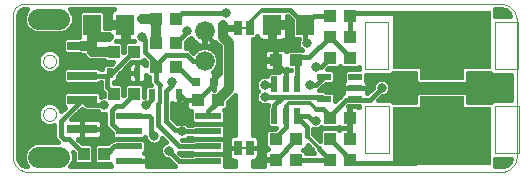
<source format=gtl>
G75*
%MOIN*%
%OFA0B0*%
%FSLAX24Y24*%
%IPPOS*%
%LPD*%
%AMOC8*
5,1,8,0,0,1.08239X$1,22.5*
%
%ADD10C,0.0000*%
%ADD11R,0.0433X0.0394*%
%ADD12R,0.0248X0.0327*%
%ADD13R,0.0394X0.0433*%
%ADD14R,0.0870X0.0240*%
%ADD15R,0.0217X0.0531*%
%ADD16R,0.0472X0.0217*%
%ADD17R,0.0315X0.0315*%
%ADD18C,0.0660*%
%ADD19R,0.0630X0.0709*%
%ADD20R,0.3307X0.1969*%
%ADD21R,0.1496X0.0551*%
%ADD22C,0.0039*%
%ADD23R,0.0984X0.0315*%
%ADD24C,0.0700*%
%ADD25C,0.0080*%
%ADD26R,0.0250X0.0500*%
%ADD27C,0.0320*%
%ADD28C,0.0320*%
%ADD29C,0.0330*%
%ADD30C,0.0160*%
%ADD31C,0.0240*%
%ADD32C,0.0120*%
D10*
X006380Y002193D02*
X022180Y002193D01*
X022224Y002195D01*
X022267Y002201D01*
X022309Y002210D01*
X022351Y002223D01*
X022391Y002240D01*
X022430Y002260D01*
X022467Y002283D01*
X022501Y002310D01*
X022534Y002339D01*
X022563Y002372D01*
X022590Y002406D01*
X022613Y002443D01*
X022633Y002482D01*
X022650Y002522D01*
X022663Y002564D01*
X022672Y002606D01*
X022678Y002649D01*
X022680Y002693D01*
X022680Y007293D01*
X022674Y007338D01*
X022664Y007383D01*
X022651Y007426D01*
X022634Y007469D01*
X022613Y007510D01*
X022590Y007549D01*
X022563Y007586D01*
X022533Y007620D01*
X022501Y007652D01*
X022466Y007681D01*
X022428Y007708D01*
X022389Y007731D01*
X022348Y007750D01*
X022305Y007766D01*
X022261Y007779D01*
X022217Y007788D01*
X022171Y007793D01*
X022126Y007795D01*
X022080Y007793D01*
X006280Y007793D01*
X006241Y007791D01*
X006202Y007785D01*
X006164Y007776D01*
X006127Y007763D01*
X006091Y007746D01*
X006058Y007726D01*
X006026Y007702D01*
X005997Y007676D01*
X005971Y007647D01*
X005947Y007615D01*
X005927Y007582D01*
X005910Y007546D01*
X005897Y007509D01*
X005888Y007471D01*
X005882Y007432D01*
X005880Y007393D01*
X005880Y002693D01*
X005882Y002649D01*
X005888Y002606D01*
X005897Y002564D01*
X005910Y002522D01*
X005927Y002482D01*
X005947Y002443D01*
X005970Y002406D01*
X005997Y002372D01*
X006026Y002339D01*
X006059Y002310D01*
X006093Y002283D01*
X006130Y002260D01*
X006169Y002240D01*
X006209Y002223D01*
X006251Y002210D01*
X006293Y002201D01*
X006336Y002195D01*
X006380Y002193D01*
X006609Y002690D02*
X006611Y002715D01*
X006617Y002739D01*
X006626Y002761D01*
X006639Y002782D01*
X006655Y002801D01*
X006674Y002817D01*
X006695Y002830D01*
X006717Y002839D01*
X006741Y002845D01*
X006766Y002847D01*
X006791Y002845D01*
X006815Y002839D01*
X006837Y002830D01*
X006858Y002817D01*
X006877Y002801D01*
X006893Y002782D01*
X006906Y002761D01*
X006915Y002739D01*
X006921Y002715D01*
X006923Y002690D01*
X006921Y002665D01*
X006915Y002641D01*
X006906Y002619D01*
X006893Y002598D01*
X006877Y002579D01*
X006858Y002563D01*
X006837Y002550D01*
X006815Y002541D01*
X006791Y002535D01*
X006766Y002533D01*
X006741Y002535D01*
X006717Y002541D01*
X006695Y002550D01*
X006674Y002563D01*
X006655Y002579D01*
X006639Y002598D01*
X006626Y002619D01*
X006617Y002641D01*
X006611Y002665D01*
X006609Y002690D01*
X006766Y002690D02*
X006768Y002715D01*
X006774Y002739D01*
X006783Y002761D01*
X006796Y002782D01*
X006812Y002801D01*
X006831Y002817D01*
X006852Y002830D01*
X006874Y002839D01*
X006898Y002845D01*
X006923Y002847D01*
X006948Y002845D01*
X006972Y002839D01*
X006994Y002830D01*
X007015Y002817D01*
X007034Y002801D01*
X007050Y002782D01*
X007063Y002761D01*
X007072Y002739D01*
X007078Y002715D01*
X007080Y002690D01*
X007078Y002665D01*
X007072Y002641D01*
X007063Y002619D01*
X007050Y002598D01*
X007034Y002579D01*
X007015Y002563D01*
X006994Y002550D01*
X006972Y002541D01*
X006948Y002535D01*
X006923Y002533D01*
X006898Y002535D01*
X006874Y002541D01*
X006852Y002550D01*
X006831Y002563D01*
X006812Y002579D01*
X006796Y002598D01*
X006783Y002619D01*
X006774Y002641D01*
X006768Y002665D01*
X006766Y002690D01*
X007081Y002690D02*
X007083Y002715D01*
X007089Y002739D01*
X007098Y002761D01*
X007111Y002782D01*
X007127Y002801D01*
X007146Y002817D01*
X007167Y002830D01*
X007189Y002839D01*
X007213Y002845D01*
X007238Y002847D01*
X007263Y002845D01*
X007287Y002839D01*
X007309Y002830D01*
X007330Y002817D01*
X007349Y002801D01*
X007365Y002782D01*
X007378Y002761D01*
X007387Y002739D01*
X007393Y002715D01*
X007395Y002690D01*
X007393Y002665D01*
X007387Y002641D01*
X007378Y002619D01*
X007365Y002598D01*
X007349Y002579D01*
X007330Y002563D01*
X007309Y002550D01*
X007287Y002541D01*
X007263Y002535D01*
X007238Y002533D01*
X007213Y002535D01*
X007189Y002541D01*
X007167Y002550D01*
X007146Y002563D01*
X007127Y002579D01*
X007111Y002598D01*
X007098Y002619D01*
X007089Y002641D01*
X007083Y002665D01*
X007081Y002690D01*
X007239Y002690D02*
X007241Y002715D01*
X007247Y002739D01*
X007256Y002761D01*
X007269Y002782D01*
X007285Y002801D01*
X007304Y002817D01*
X007325Y002830D01*
X007347Y002839D01*
X007371Y002845D01*
X007396Y002847D01*
X007421Y002845D01*
X007445Y002839D01*
X007467Y002830D01*
X007488Y002817D01*
X007507Y002801D01*
X007523Y002782D01*
X007536Y002761D01*
X007545Y002739D01*
X007551Y002715D01*
X007553Y002690D01*
X007551Y002665D01*
X007545Y002641D01*
X007536Y002619D01*
X007523Y002598D01*
X007507Y002579D01*
X007488Y002563D01*
X007467Y002550D01*
X007445Y002541D01*
X007421Y002535D01*
X007396Y002533D01*
X007371Y002535D01*
X007347Y002541D01*
X007325Y002550D01*
X007304Y002563D01*
X007285Y002579D01*
X007269Y002598D01*
X007256Y002619D01*
X007247Y002641D01*
X007241Y002665D01*
X007239Y002690D01*
X006892Y004107D02*
X006894Y004136D01*
X006900Y004164D01*
X006909Y004192D01*
X006922Y004218D01*
X006939Y004241D01*
X006958Y004263D01*
X006980Y004282D01*
X007005Y004297D01*
X007031Y004310D01*
X007059Y004318D01*
X007087Y004323D01*
X007116Y004324D01*
X007145Y004321D01*
X007173Y004314D01*
X007200Y004304D01*
X007226Y004290D01*
X007249Y004273D01*
X007270Y004253D01*
X007288Y004230D01*
X007303Y004205D01*
X007314Y004178D01*
X007322Y004150D01*
X007326Y004121D01*
X007326Y004093D01*
X007322Y004064D01*
X007314Y004036D01*
X007303Y004009D01*
X007288Y003984D01*
X007270Y003961D01*
X007249Y003941D01*
X007226Y003924D01*
X007200Y003910D01*
X007173Y003900D01*
X007145Y003893D01*
X007116Y003890D01*
X007087Y003891D01*
X007059Y003896D01*
X007031Y003904D01*
X007005Y003917D01*
X006980Y003932D01*
X006958Y003951D01*
X006939Y003973D01*
X006922Y003996D01*
X006909Y004022D01*
X006900Y004050D01*
X006894Y004078D01*
X006892Y004107D01*
X006892Y005879D02*
X006894Y005908D01*
X006900Y005936D01*
X006909Y005964D01*
X006922Y005990D01*
X006939Y006013D01*
X006958Y006035D01*
X006980Y006054D01*
X007005Y006069D01*
X007031Y006082D01*
X007059Y006090D01*
X007087Y006095D01*
X007116Y006096D01*
X007145Y006093D01*
X007173Y006086D01*
X007200Y006076D01*
X007226Y006062D01*
X007249Y006045D01*
X007270Y006025D01*
X007288Y006002D01*
X007303Y005977D01*
X007314Y005950D01*
X007322Y005922D01*
X007326Y005893D01*
X007326Y005865D01*
X007322Y005836D01*
X007314Y005808D01*
X007303Y005781D01*
X007288Y005756D01*
X007270Y005733D01*
X007249Y005713D01*
X007226Y005696D01*
X007200Y005682D01*
X007173Y005672D01*
X007145Y005665D01*
X007116Y005662D01*
X007087Y005663D01*
X007059Y005668D01*
X007031Y005676D01*
X007005Y005689D01*
X006980Y005704D01*
X006958Y005723D01*
X006939Y005745D01*
X006922Y005768D01*
X006909Y005794D01*
X006900Y005822D01*
X006894Y005850D01*
X006892Y005879D01*
X006766Y007296D02*
X006768Y007321D01*
X006774Y007345D01*
X006783Y007367D01*
X006796Y007388D01*
X006812Y007407D01*
X006831Y007423D01*
X006852Y007436D01*
X006874Y007445D01*
X006898Y007451D01*
X006923Y007453D01*
X006948Y007451D01*
X006972Y007445D01*
X006994Y007436D01*
X007015Y007423D01*
X007034Y007407D01*
X007050Y007388D01*
X007063Y007367D01*
X007072Y007345D01*
X007078Y007321D01*
X007080Y007296D01*
X007078Y007271D01*
X007072Y007247D01*
X007063Y007225D01*
X007050Y007204D01*
X007034Y007185D01*
X007015Y007169D01*
X006994Y007156D01*
X006972Y007147D01*
X006948Y007141D01*
X006923Y007139D01*
X006898Y007141D01*
X006874Y007147D01*
X006852Y007156D01*
X006831Y007169D01*
X006812Y007185D01*
X006796Y007204D01*
X006783Y007225D01*
X006774Y007247D01*
X006768Y007271D01*
X006766Y007296D01*
X006609Y007296D02*
X006611Y007321D01*
X006617Y007345D01*
X006626Y007367D01*
X006639Y007388D01*
X006655Y007407D01*
X006674Y007423D01*
X006695Y007436D01*
X006717Y007445D01*
X006741Y007451D01*
X006766Y007453D01*
X006791Y007451D01*
X006815Y007445D01*
X006837Y007436D01*
X006858Y007423D01*
X006877Y007407D01*
X006893Y007388D01*
X006906Y007367D01*
X006915Y007345D01*
X006921Y007321D01*
X006923Y007296D01*
X006921Y007271D01*
X006915Y007247D01*
X006906Y007225D01*
X006893Y007204D01*
X006877Y007185D01*
X006858Y007169D01*
X006837Y007156D01*
X006815Y007147D01*
X006791Y007141D01*
X006766Y007139D01*
X006741Y007141D01*
X006717Y007147D01*
X006695Y007156D01*
X006674Y007169D01*
X006655Y007185D01*
X006639Y007204D01*
X006626Y007225D01*
X006617Y007247D01*
X006611Y007271D01*
X006609Y007296D01*
X007081Y007296D02*
X007083Y007321D01*
X007089Y007345D01*
X007098Y007367D01*
X007111Y007388D01*
X007127Y007407D01*
X007146Y007423D01*
X007167Y007436D01*
X007189Y007445D01*
X007213Y007451D01*
X007238Y007453D01*
X007263Y007451D01*
X007287Y007445D01*
X007309Y007436D01*
X007330Y007423D01*
X007349Y007407D01*
X007365Y007388D01*
X007378Y007367D01*
X007387Y007345D01*
X007393Y007321D01*
X007395Y007296D01*
X007393Y007271D01*
X007387Y007247D01*
X007378Y007225D01*
X007365Y007204D01*
X007349Y007185D01*
X007330Y007169D01*
X007309Y007156D01*
X007287Y007147D01*
X007263Y007141D01*
X007238Y007139D01*
X007213Y007141D01*
X007189Y007147D01*
X007167Y007156D01*
X007146Y007169D01*
X007127Y007185D01*
X007111Y007204D01*
X007098Y007225D01*
X007089Y007247D01*
X007083Y007271D01*
X007081Y007296D01*
X007239Y007296D02*
X007241Y007321D01*
X007247Y007345D01*
X007256Y007367D01*
X007269Y007388D01*
X007285Y007407D01*
X007304Y007423D01*
X007325Y007436D01*
X007347Y007445D01*
X007371Y007451D01*
X007396Y007453D01*
X007421Y007451D01*
X007445Y007445D01*
X007467Y007436D01*
X007488Y007423D01*
X007507Y007407D01*
X007523Y007388D01*
X007536Y007367D01*
X007545Y007345D01*
X007551Y007321D01*
X007553Y007296D01*
X007551Y007271D01*
X007545Y007247D01*
X007536Y007225D01*
X007523Y007204D01*
X007507Y007185D01*
X007488Y007169D01*
X007467Y007156D01*
X007445Y007147D01*
X007421Y007141D01*
X007396Y007139D01*
X007371Y007141D01*
X007347Y007147D01*
X007325Y007156D01*
X007304Y007169D01*
X007285Y007185D01*
X007269Y007204D01*
X007256Y007225D01*
X007247Y007247D01*
X007241Y007271D01*
X007239Y007296D01*
D11*
X014646Y005918D03*
X015315Y005918D03*
X016446Y005993D03*
X017115Y005993D03*
X012715Y004593D03*
X012046Y004593D03*
X014646Y003293D03*
X015315Y003293D03*
X015315Y002593D03*
X014646Y002593D03*
X016446Y003993D03*
X017115Y003993D03*
D12*
X011433Y004793D03*
X010527Y004793D03*
X010033Y005493D03*
X009127Y005493D03*
D13*
X010646Y005693D03*
X011315Y005693D03*
X009915Y006193D03*
X009246Y006193D03*
X010646Y006493D03*
X011315Y006493D03*
X011315Y007293D03*
X010646Y007293D03*
X016446Y007393D03*
X017115Y007393D03*
X017115Y006693D03*
X016446Y006693D03*
X009915Y004793D03*
X009246Y004793D03*
X008915Y002793D03*
X008246Y002793D03*
X016446Y002593D03*
X017115Y002593D03*
X017115Y003293D03*
X016446Y003293D03*
D14*
X012400Y003043D03*
X012400Y002543D03*
X009750Y002543D03*
X009750Y003043D03*
X009750Y003543D03*
X009750Y004043D03*
X012400Y004043D03*
X012400Y003543D03*
D15*
X014606Y004052D03*
X014980Y004052D03*
X015354Y004052D03*
X015354Y005135D03*
X014980Y005135D03*
X014606Y005135D03*
D16*
X016268Y005367D03*
X017292Y005367D03*
X017292Y004993D03*
X017292Y004619D03*
X016268Y004619D03*
D17*
X012575Y005193D03*
X011985Y005193D03*
D18*
X012280Y005893D03*
X012280Y006893D03*
D19*
X014529Y007093D03*
X015631Y007093D03*
X009631Y007093D03*
X008529Y007093D03*
D20*
X020180Y006590D03*
X020180Y003396D03*
D21*
X020180Y004459D03*
X020180Y005527D03*
D22*
X020767Y005409D02*
X019586Y005409D01*
X019586Y005645D01*
X020767Y005645D01*
X020767Y005409D01*
X021948Y005606D02*
X022735Y005606D01*
X022735Y007181D01*
X021948Y007181D01*
X021948Y005606D01*
X020775Y004578D02*
X019594Y004578D01*
X019594Y004341D01*
X020775Y004341D01*
X020775Y004578D01*
X021956Y004381D02*
X021956Y002806D01*
X022743Y002806D01*
X022743Y004381D01*
X021956Y004381D01*
X018412Y004381D02*
X017625Y004381D01*
X017625Y002806D01*
X018412Y002806D01*
X018412Y004381D01*
X018405Y005606D02*
X017617Y005606D01*
X017617Y007181D01*
X018405Y007181D01*
X018405Y005606D01*
D23*
X008191Y005398D03*
X008191Y004589D03*
X008191Y003615D03*
X008191Y006391D03*
D24*
X007431Y007296D02*
X006731Y007296D01*
X006731Y002690D02*
X007431Y002690D01*
D25*
X013430Y002993D02*
X013730Y002993D01*
X013730Y006993D02*
X013430Y006993D01*
D26*
X013380Y006993D03*
X013780Y006993D03*
X013780Y002993D03*
X013380Y002993D03*
D27*
X012715Y004593D02*
X013080Y004959D01*
X013080Y006493D01*
X012880Y006693D01*
X012880Y007093D01*
X010646Y007293D02*
X010646Y006493D01*
X009246Y006193D02*
X008529Y006193D01*
X008529Y006391D01*
X008529Y006793D01*
X008529Y007093D01*
X008529Y006793D02*
X008531Y006776D01*
X008535Y006759D01*
X008542Y006743D01*
X008552Y006729D01*
X008565Y006716D01*
X008579Y006706D01*
X008595Y006699D01*
X008612Y006695D01*
X008629Y006693D01*
X009080Y006693D01*
X008529Y006391D02*
X008191Y006391D01*
X010180Y007293D02*
X010646Y007293D01*
D28*
X009080Y007493D03*
X009080Y006693D03*
X007180Y006593D03*
X006580Y006293D03*
X006380Y005593D03*
X006580Y004993D03*
X007380Y004693D03*
X006280Y004193D03*
X007180Y003593D03*
X006380Y003293D03*
X009080Y003293D03*
X011080Y002893D03*
X010480Y002593D03*
X013040Y003253D03*
X014180Y002993D03*
X015780Y002893D03*
X015980Y003493D03*
X015980Y003893D03*
X014180Y004093D03*
X014180Y003593D03*
X011530Y003543D03*
X011280Y004293D03*
X010320Y004413D03*
X008910Y004413D03*
X009680Y005493D03*
X011880Y006393D03*
X014180Y006393D03*
X014880Y006493D03*
X015680Y006493D03*
X015980Y005693D03*
X014180Y005493D03*
X014280Y005093D03*
X014280Y004693D03*
X015780Y005093D03*
X016680Y004993D03*
X018180Y004993D03*
X018780Y004693D03*
X019480Y004993D03*
X020180Y004993D03*
X020780Y004993D03*
X021380Y004693D03*
X021880Y004993D03*
X021380Y005293D03*
X018780Y005293D03*
X012880Y007093D03*
X012980Y007493D03*
X022180Y007493D03*
X022180Y002493D03*
D29*
X011180Y005193D03*
X010180Y006693D03*
X011680Y006893D03*
X010180Y007293D03*
X010580Y003393D03*
D30*
X010480Y003493D01*
X010480Y003993D01*
X010430Y004043D01*
X009750Y004043D01*
X009330Y004393D02*
X009180Y004243D01*
X009180Y003793D01*
X009430Y003543D01*
X009750Y003543D01*
X009261Y003293D02*
X009185Y003369D01*
X009185Y003491D01*
X008970Y003706D01*
X008970Y003880D01*
X008970Y004124D01*
X008968Y004123D01*
X008852Y004123D01*
X008746Y004167D01*
X008710Y004203D01*
X008280Y004203D01*
X008184Y004300D01*
X007837Y003953D01*
X008191Y003953D01*
X008191Y003615D01*
X008191Y003615D01*
X008191Y003278D01*
X008058Y003278D01*
X008196Y003140D01*
X008496Y003140D01*
X008572Y003064D01*
X008572Y002523D01*
X008496Y002447D01*
X007995Y002447D01*
X007919Y002523D01*
X007919Y002823D01*
X007879Y002863D01*
X007911Y002786D01*
X007919Y002786D01*
X007911Y002786D02*
X007911Y002595D01*
X007838Y002418D01*
X007793Y002373D01*
X009142Y002373D01*
X009135Y002400D01*
X009135Y002447D01*
X008664Y002447D01*
X008588Y002523D01*
X008588Y003064D01*
X008664Y003140D01*
X009064Y003140D01*
X009178Y003253D01*
X009221Y003253D01*
X009261Y003293D01*
X010239Y003293D01*
X010315Y003217D01*
X010315Y002869D01*
X010269Y002823D01*
X010296Y002807D01*
X010329Y002774D01*
X010353Y002733D01*
X010365Y002687D01*
X010365Y002543D01*
X009750Y002543D01*
X009750Y002543D01*
X010365Y002543D01*
X010365Y002400D01*
X010358Y002373D01*
X011303Y002373D01*
X011220Y002456D01*
X011073Y002603D01*
X011022Y002603D01*
X010916Y002647D01*
X010834Y002729D01*
X010790Y002836D01*
X010790Y002951D01*
X010834Y003058D01*
X010916Y003139D01*
X011002Y003175D01*
X010865Y003311D01*
X010830Y003226D01*
X010747Y003143D01*
X010639Y003098D01*
X010521Y003098D01*
X010413Y003143D01*
X010330Y003226D01*
X010285Y003335D01*
X010285Y003339D01*
X010239Y003293D01*
X009261Y003293D01*
X009229Y003261D02*
X008074Y003261D01*
X008191Y003278D02*
X008707Y003278D01*
X008753Y003290D01*
X008794Y003314D01*
X008827Y003347D01*
X008851Y003388D01*
X008863Y003434D01*
X008863Y003615D01*
X008191Y003615D01*
X008191Y003278D01*
X008191Y003420D02*
X008191Y003420D01*
X008191Y003578D02*
X008191Y003578D01*
X008191Y003615D02*
X008191Y003615D01*
X008191Y003615D01*
X008863Y003615D01*
X008863Y003797D01*
X008851Y003842D01*
X008827Y003883D01*
X008794Y003917D01*
X008753Y003941D01*
X008707Y003953D01*
X008191Y003953D01*
X008191Y003615D01*
X008191Y003737D02*
X008191Y003737D01*
X008191Y003895D02*
X008191Y003895D01*
X007938Y004054D02*
X008970Y004054D01*
X008970Y003895D02*
X008815Y003895D01*
X008863Y003737D02*
X008970Y003737D01*
X008863Y003578D02*
X009098Y003578D01*
X009185Y003420D02*
X008859Y003420D01*
X008627Y003103D02*
X008533Y003103D01*
X008572Y002944D02*
X008588Y002944D01*
X008572Y002786D02*
X008588Y002786D01*
X008915Y002793D02*
X009015Y002793D01*
X009265Y003043D01*
X009750Y003043D01*
X010315Y003103D02*
X010511Y003103D01*
X010650Y003103D02*
X010880Y003103D01*
X010845Y003261D02*
X010915Y003261D01*
X010316Y003261D02*
X010271Y003261D01*
X010315Y002944D02*
X010790Y002944D01*
X010811Y002786D02*
X010317Y002786D01*
X010365Y002627D02*
X010965Y002627D01*
X011080Y002893D02*
X011430Y002543D01*
X012400Y002543D01*
X011911Y002793D02*
X011871Y002753D01*
X011517Y002753D01*
X011437Y002833D01*
X011517Y002833D01*
X011871Y002833D01*
X011911Y002793D01*
X012889Y002793D01*
X012965Y002717D01*
X012965Y002373D01*
X013280Y002373D01*
X013280Y002563D01*
X013231Y002563D01*
X013186Y002576D01*
X013145Y002599D01*
X013111Y002633D01*
X013087Y002674D01*
X013075Y002720D01*
X013075Y002993D01*
X013260Y002993D01*
X013260Y002993D01*
X013075Y002993D01*
X013075Y003267D01*
X013087Y003313D01*
X013111Y003354D01*
X013145Y003387D01*
X013186Y003411D01*
X013231Y003423D01*
X013280Y003423D01*
X013280Y004749D01*
X013061Y004530D01*
X013061Y004343D01*
X012985Y004266D01*
X012916Y004266D01*
X012965Y004217D01*
X012965Y003869D01*
X012889Y003793D01*
X011911Y003793D01*
X011871Y003753D01*
X011730Y003753D01*
X011694Y003789D01*
X011588Y003833D01*
X011472Y003833D01*
X011400Y003803D01*
X011367Y003803D01*
X011190Y003980D01*
X011190Y004494D01*
X011198Y004486D01*
X011239Y004462D01*
X011285Y004450D01*
X011433Y004450D01*
X011581Y004450D01*
X011626Y004462D01*
X011649Y004475D01*
X011649Y004373D01*
X011661Y004327D01*
X011685Y004286D01*
X011718Y004252D01*
X011759Y004229D01*
X011805Y004216D01*
X011835Y004216D01*
X011835Y003869D01*
X011911Y003793D01*
X012889Y003793D01*
X012965Y003717D01*
X012965Y003369D01*
X012889Y003293D01*
X011911Y003293D01*
X011871Y003253D01*
X011517Y003253D01*
X011588Y003253D01*
X011694Y003297D01*
X011730Y003333D01*
X011871Y003333D01*
X011911Y003293D01*
X012889Y003293D01*
X012965Y003217D01*
X012965Y002869D01*
X012889Y002793D01*
X011911Y002793D01*
X011904Y002786D02*
X011485Y002786D01*
X011430Y003043D02*
X010730Y003743D01*
X010730Y004443D01*
X010527Y004621D02*
X010320Y004413D01*
X010527Y004621D02*
X010527Y004793D01*
X010273Y004846D02*
X010242Y004846D01*
X010242Y005005D02*
X010273Y005005D01*
X010273Y005011D02*
X010273Y004703D01*
X010262Y004703D01*
X010242Y004695D01*
X010242Y005064D01*
X010166Y005140D01*
X009664Y005140D01*
X009588Y005064D01*
X009588Y004763D01*
X009572Y004748D01*
X009572Y005064D01*
X009496Y005140D01*
X009242Y005140D01*
X009242Y005200D01*
X009305Y005200D01*
X009381Y005276D01*
X009381Y005398D01*
X009831Y005847D01*
X010166Y005847D01*
X010242Y005923D01*
X010242Y005935D01*
X010319Y005858D01*
X010319Y005737D01*
X010301Y005767D01*
X010267Y005801D01*
X010226Y005824D01*
X010181Y005837D01*
X010033Y005837D01*
X010033Y005493D01*
X010033Y005150D01*
X010181Y005150D01*
X010226Y005162D01*
X010267Y005186D01*
X010301Y005219D01*
X010325Y005260D01*
X010337Y005306D01*
X010337Y005405D01*
X010395Y005347D01*
X010436Y005347D01*
X010436Y005141D01*
X010490Y005087D01*
X010350Y005087D01*
X010273Y005011D01*
X010228Y005163D02*
X010436Y005163D01*
X010646Y005228D02*
X010780Y005093D01*
X010980Y004893D02*
X011180Y005093D01*
X011180Y005193D01*
X010646Y005228D02*
X010646Y005693D01*
X010646Y005828D01*
X010280Y006193D01*
X010280Y006593D01*
X010180Y006693D01*
X009709Y006748D02*
X009554Y006748D01*
X009554Y006590D02*
X009709Y006590D01*
X009709Y006559D02*
X009916Y006559D01*
X009924Y006540D01*
X009664Y006540D01*
X009588Y006464D01*
X009588Y006198D01*
X009572Y006182D01*
X009572Y006464D01*
X009496Y006540D01*
X009330Y006540D01*
X009338Y006559D01*
X009554Y006559D01*
X009554Y007016D01*
X009136Y007016D01*
X009136Y006983D01*
X008974Y006983D01*
X008974Y007501D01*
X008898Y007578D01*
X008160Y007578D01*
X008084Y007501D01*
X008084Y006685D01*
X008090Y006679D01*
X007645Y006679D01*
X007569Y006603D01*
X007569Y006180D01*
X007645Y006104D01*
X008127Y006104D01*
X008133Y006101D01*
X008253Y006101D01*
X008283Y006029D01*
X008365Y005947D01*
X008471Y005903D01*
X008938Y005903D01*
X008995Y005847D01*
X009237Y005847D01*
X009177Y005787D01*
X008950Y005787D01*
X008873Y005711D01*
X008873Y005608D01*
X008813Y005608D01*
X008813Y005609D01*
X008737Y005685D01*
X007645Y005685D01*
X007569Y005609D01*
X007569Y005186D01*
X007645Y005110D01*
X008737Y005110D01*
X008813Y005186D01*
X008813Y005188D01*
X008822Y005188D01*
X008822Y004920D01*
X008919Y004823D01*
X008919Y004703D01*
X008852Y004703D01*
X008813Y004687D01*
X008813Y004800D01*
X008737Y004876D01*
X007645Y004876D01*
X007569Y004800D01*
X007569Y004378D01*
X007618Y004328D01*
X007497Y004207D01*
X007445Y004332D01*
X007333Y004444D01*
X007187Y004504D01*
X007030Y004504D01*
X006884Y004444D01*
X006772Y004332D01*
X006712Y004186D01*
X006712Y004029D01*
X006772Y003883D01*
X006884Y003771D01*
X007030Y003711D01*
X007187Y003711D01*
X007270Y003745D01*
X007270Y003306D01*
X007393Y003183D01*
X007406Y003170D01*
X006635Y003170D01*
X006459Y003097D01*
X006324Y002962D01*
X006251Y002786D01*
X006060Y002786D01*
X006060Y002693D02*
X006060Y007393D01*
X006064Y007436D01*
X006097Y007516D01*
X006158Y007576D01*
X006237Y007609D01*
X006280Y007613D01*
X006369Y007613D01*
X006324Y007568D01*
X006251Y007392D01*
X006251Y007201D01*
X006324Y007025D01*
X006459Y006890D01*
X006635Y006816D01*
X007526Y006816D01*
X007703Y006890D01*
X007838Y007025D01*
X007911Y007201D01*
X007911Y007392D01*
X007838Y007568D01*
X007793Y007613D01*
X009243Y007613D01*
X009206Y007592D01*
X009172Y007558D01*
X009149Y007517D01*
X009136Y007471D01*
X009136Y007171D01*
X009554Y007171D01*
X009554Y007016D01*
X009709Y007016D01*
X009709Y006559D01*
X009588Y006431D02*
X009572Y006431D01*
X009572Y006273D02*
X009588Y006273D01*
X009880Y006193D02*
X009915Y006193D01*
X009880Y006193D02*
X009180Y005493D01*
X009127Y005493D01*
X009032Y005398D01*
X009032Y005007D01*
X009246Y004793D01*
X009572Y004846D02*
X009588Y004846D01*
X009572Y005005D02*
X009588Y005005D01*
X009798Y005186D02*
X009839Y005162D01*
X009885Y005150D01*
X010033Y005150D01*
X010033Y005493D01*
X010033Y005493D01*
X009729Y005493D01*
X009729Y005306D01*
X009741Y005260D01*
X009765Y005219D01*
X009798Y005186D01*
X009837Y005163D02*
X009242Y005163D01*
X008822Y005163D02*
X008790Y005163D01*
X008822Y005005D02*
X006060Y005005D01*
X006060Y004846D02*
X007615Y004846D01*
X007569Y004688D02*
X006060Y004688D01*
X006060Y004529D02*
X007569Y004529D01*
X007576Y004371D02*
X007406Y004371D01*
X007494Y004212D02*
X007502Y004212D01*
X008096Y004212D02*
X008271Y004212D01*
X008367Y004413D02*
X008191Y004589D01*
X008176Y004589D01*
X007480Y003893D01*
X007480Y003393D01*
X007580Y003293D01*
X007746Y003293D01*
X008246Y002793D01*
X008572Y002627D02*
X008588Y002627D01*
X008642Y002469D02*
X008518Y002469D01*
X007973Y002469D02*
X007859Y002469D01*
X007911Y002627D02*
X007919Y002627D01*
X006473Y003103D02*
X006060Y003103D01*
X006060Y003261D02*
X007315Y003261D01*
X007270Y003420D02*
X006060Y003420D01*
X006060Y003578D02*
X007270Y003578D01*
X007270Y003737D02*
X007250Y003737D01*
X006967Y003737D02*
X006060Y003737D01*
X006060Y003895D02*
X006767Y003895D01*
X006712Y004054D02*
X006060Y004054D01*
X006060Y004212D02*
X006723Y004212D01*
X006811Y004371D02*
X006060Y004371D01*
X008367Y004413D02*
X008910Y004413D01*
X009330Y004393D02*
X009515Y004393D01*
X009915Y004793D01*
X008896Y004846D02*
X008767Y004846D01*
X008813Y004688D02*
X008815Y004688D01*
X010033Y005163D02*
X010033Y005163D01*
X010033Y005322D02*
X010033Y005322D01*
X010337Y005322D02*
X010436Y005322D01*
X010033Y005480D02*
X010033Y005480D01*
X010033Y005493D02*
X010033Y005493D01*
X009729Y005493D01*
X009729Y005680D01*
X009741Y005726D01*
X009765Y005767D01*
X009798Y005801D01*
X009839Y005824D01*
X009885Y005837D01*
X010033Y005837D01*
X010033Y005493D01*
X010033Y005493D01*
X010033Y005639D02*
X010033Y005639D01*
X009729Y005639D02*
X009623Y005639D01*
X009729Y005480D02*
X009464Y005480D01*
X009381Y005322D02*
X009729Y005322D01*
X009032Y005398D02*
X008191Y005398D01*
X007569Y005322D02*
X006060Y005322D01*
X006060Y005480D02*
X007569Y005480D01*
X007599Y005639D02*
X007429Y005639D01*
X007445Y005655D02*
X007333Y005543D01*
X007187Y005483D01*
X007030Y005483D01*
X006884Y005543D01*
X006772Y005655D01*
X006712Y005800D01*
X006712Y005958D01*
X006772Y006104D01*
X006884Y006215D01*
X007030Y006276D01*
X007187Y006276D01*
X007333Y006215D01*
X007445Y006104D01*
X007505Y005958D01*
X007505Y005800D01*
X007445Y005655D01*
X007504Y005797D02*
X009187Y005797D01*
X008873Y005639D02*
X008783Y005639D01*
X009781Y005797D02*
X009795Y005797D01*
X010033Y005797D02*
X010033Y005797D01*
X010271Y005797D02*
X010319Y005797D01*
X010646Y005759D02*
X010646Y005693D01*
X010646Y005759D02*
X010980Y006093D01*
X011680Y006093D01*
X011880Y005893D01*
X012280Y005893D01*
X012740Y005956D02*
X012790Y005956D01*
X012740Y005985D02*
X012670Y006154D01*
X012541Y006283D01*
X012372Y006353D01*
X012189Y006353D01*
X012020Y006283D01*
X011903Y006167D01*
X011767Y006303D01*
X011642Y006303D01*
X011642Y006523D01*
X011717Y006598D01*
X011739Y006598D01*
X011837Y006639D01*
X011844Y006626D01*
X011891Y006561D01*
X011948Y006504D01*
X012013Y006457D01*
X012084Y006421D01*
X012161Y006396D01*
X012240Y006383D01*
X012262Y006383D01*
X012262Y006875D01*
X012299Y006875D01*
X012299Y006383D01*
X012320Y006383D01*
X012400Y006396D01*
X012476Y006421D01*
X012547Y006457D01*
X012612Y006504D01*
X012636Y006528D01*
X012790Y006373D01*
X012790Y005522D01*
X012757Y005531D01*
X012575Y005531D01*
X012568Y005531D01*
X012670Y005633D01*
X012740Y005802D01*
X012740Y005985D01*
X012790Y006114D02*
X012687Y006114D01*
X012790Y006273D02*
X012551Y006273D01*
X012780Y006293D02*
X012280Y006793D01*
X012280Y006893D01*
X012262Y006748D02*
X012299Y006748D01*
X012299Y006590D02*
X012262Y006590D01*
X011870Y006590D02*
X011708Y006590D01*
X011680Y006859D02*
X011315Y006493D01*
X011642Y006431D02*
X012063Y006431D01*
X012262Y006431D02*
X012299Y006431D01*
X012497Y006431D02*
X012732Y006431D01*
X012780Y006293D02*
X012780Y005493D01*
X012575Y005289D01*
X012575Y005193D01*
X012575Y005193D01*
X012575Y004920D01*
X012575Y004920D01*
X012575Y005193D01*
X012575Y005123D01*
X012046Y004593D01*
X011633Y004593D01*
X011433Y004793D01*
X011433Y004450D01*
X011433Y004793D01*
X011433Y004793D01*
X011433Y004688D02*
X011433Y004688D01*
X011433Y004529D02*
X011433Y004529D01*
X011649Y004371D02*
X011190Y004371D01*
X011190Y004212D02*
X011835Y004212D01*
X011835Y004054D02*
X011190Y004054D01*
X011275Y003895D02*
X011835Y003895D01*
X012400Y004043D02*
X012400Y004213D01*
X012680Y004493D01*
X012680Y004559D01*
X012715Y004593D01*
X013061Y004529D02*
X013280Y004529D01*
X013280Y004371D02*
X013061Y004371D01*
X012965Y004212D02*
X013280Y004212D01*
X013280Y004054D02*
X012965Y004054D01*
X012965Y003895D02*
X013280Y003895D01*
X013280Y003737D02*
X012946Y003737D01*
X012965Y003578D02*
X013280Y003578D01*
X013218Y003420D02*
X012965Y003420D01*
X012921Y003261D02*
X013075Y003261D01*
X013075Y003103D02*
X012965Y003103D01*
X012965Y002944D02*
X013075Y002944D01*
X013075Y002786D02*
X012897Y002786D01*
X012965Y002627D02*
X013117Y002627D01*
X012965Y002469D02*
X013280Y002469D01*
X013880Y002469D02*
X014249Y002469D01*
X014249Y002373D02*
X013880Y002373D01*
X013880Y002563D01*
X013929Y002563D01*
X013975Y002576D01*
X014016Y002599D01*
X014049Y002633D01*
X014073Y002674D01*
X014085Y002720D01*
X014085Y002993D01*
X013900Y002993D01*
X013900Y002993D01*
X014085Y002993D01*
X014085Y003267D01*
X014073Y003313D01*
X014049Y003354D01*
X014016Y003387D01*
X013975Y003411D01*
X013929Y003423D01*
X013880Y003423D01*
X013880Y006613D01*
X013959Y006613D01*
X014035Y006689D01*
X014035Y006711D01*
X014046Y006669D01*
X014070Y006628D01*
X014103Y006595D01*
X014145Y006571D01*
X014190Y006559D01*
X014451Y006559D01*
X014451Y007016D01*
X014606Y007016D01*
X014606Y006559D01*
X014868Y006559D01*
X014913Y006571D01*
X014954Y006595D01*
X014988Y006628D01*
X015012Y006669D01*
X015024Y006715D01*
X015024Y007016D01*
X014606Y007016D01*
X014606Y007171D01*
X015024Y007171D01*
X015024Y007383D01*
X015044Y007383D01*
X015186Y007241D01*
X015186Y006685D01*
X015263Y006609D01*
X015414Y006609D01*
X015390Y006551D01*
X015390Y006436D01*
X015434Y006329D01*
X015516Y006247D01*
X015521Y006245D01*
X015044Y006245D01*
X015013Y006214D01*
X015006Y006226D01*
X014973Y006259D01*
X014932Y006283D01*
X014886Y006295D01*
X014664Y006295D01*
X014664Y005937D01*
X014627Y005937D01*
X014627Y006295D01*
X014405Y006295D01*
X014359Y006283D01*
X014318Y006259D01*
X014285Y006226D01*
X014261Y006185D01*
X014249Y006139D01*
X014249Y005937D01*
X014627Y005937D01*
X014627Y005900D01*
X014249Y005900D01*
X014249Y005698D01*
X014261Y005652D01*
X014285Y005611D01*
X014318Y005577D01*
X014359Y005554D01*
X014405Y005541D01*
X014627Y005541D01*
X014627Y005900D01*
X014664Y005900D01*
X014664Y005541D01*
X014758Y005541D01*
X014747Y005530D01*
X014444Y005530D01*
X014368Y005454D01*
X014368Y005371D01*
X014338Y005383D01*
X014222Y005383D01*
X014116Y005339D01*
X014034Y005258D01*
X013990Y005151D01*
X013990Y005036D01*
X014034Y004929D01*
X014070Y004893D01*
X014034Y004858D01*
X013990Y004751D01*
X013990Y004636D01*
X014034Y004529D01*
X014116Y004447D01*
X014222Y004403D01*
X014338Y004403D01*
X014396Y004427D01*
X014396Y004400D01*
X014368Y004372D01*
X014368Y003732D01*
X014444Y003656D01*
X014646Y003656D01*
X014610Y003620D01*
X014375Y003620D01*
X014299Y003544D01*
X014299Y003043D01*
X014375Y002966D01*
X014391Y002966D01*
X014359Y002958D01*
X014318Y002934D01*
X014285Y002901D01*
X014261Y002860D01*
X014249Y002814D01*
X014249Y002612D01*
X014627Y002612D01*
X014627Y002575D01*
X014249Y002575D01*
X014249Y002373D01*
X014546Y002693D02*
X014646Y002593D01*
X015315Y003293D01*
X015680Y003393D02*
X015680Y003693D01*
X015454Y003919D01*
X015354Y003919D01*
X015354Y004052D01*
X015739Y004052D01*
X015939Y003852D01*
X015980Y003893D01*
X016211Y004293D02*
X016446Y004059D01*
X016980Y004593D01*
X017266Y004593D01*
X017780Y004593D01*
X018180Y004993D01*
X017890Y005000D02*
X017890Y005051D01*
X017934Y005158D01*
X018016Y005239D01*
X018122Y005283D01*
X018238Y005283D01*
X018344Y005239D01*
X018426Y005158D01*
X018470Y005051D01*
X018470Y004936D01*
X018426Y004829D01*
X018344Y004747D01*
X018238Y004703D01*
X018187Y004703D01*
X018064Y004580D01*
X018495Y004580D01*
X018565Y004511D01*
X019302Y004511D01*
X019302Y004789D01*
X019378Y004865D01*
X020982Y004865D01*
X021058Y004789D01*
X021058Y004511D01*
X021803Y004511D01*
X021873Y004580D01*
X022500Y004580D01*
X022500Y005406D01*
X021865Y005406D01*
X021795Y005476D01*
X021058Y005476D01*
X021058Y005198D01*
X020982Y005122D01*
X019378Y005122D01*
X019302Y005198D01*
X019302Y005476D01*
X018557Y005476D01*
X018487Y005406D01*
X017658Y005406D01*
X017658Y005226D01*
X017672Y005212D01*
X017696Y005171D01*
X017708Y005125D01*
X017708Y004993D01*
X017292Y004993D01*
X016876Y004993D01*
X016876Y004861D01*
X016888Y004816D01*
X016895Y004803D01*
X016893Y004803D01*
X016770Y004680D01*
X016635Y004545D01*
X016635Y004781D01*
X016558Y004858D01*
X016327Y004858D01*
X016281Y004903D01*
X016101Y004903D01*
X016204Y005006D01*
X016327Y005129D01*
X016558Y005129D01*
X016635Y005205D01*
X016635Y005529D01*
X016558Y005606D01*
X016355Y005606D01*
X016356Y005606D01*
X016416Y005666D01*
X016716Y005666D01*
X016780Y005731D01*
X016844Y005666D01*
X017385Y005666D01*
X017417Y005699D01*
X017417Y005606D01*
X017002Y005606D01*
X016926Y005529D01*
X016926Y005226D01*
X016912Y005212D01*
X016888Y005171D01*
X016876Y005125D01*
X016876Y004993D01*
X017292Y004993D01*
X017292Y004993D01*
X017292Y004993D01*
X017708Y004993D01*
X017708Y004861D01*
X017696Y004816D01*
X017689Y004803D01*
X017693Y004803D01*
X017890Y005000D01*
X017890Y005005D02*
X017708Y005005D01*
X017704Y004846D02*
X017736Y004846D01*
X018172Y004688D02*
X019302Y004688D01*
X019302Y004529D02*
X018546Y004529D01*
X018433Y004846D02*
X019360Y004846D01*
X018470Y005005D02*
X022500Y005005D01*
X022500Y004846D02*
X021001Y004846D01*
X021058Y004688D02*
X022500Y004688D01*
X021822Y004529D02*
X021058Y004529D01*
X021024Y005163D02*
X022500Y005163D01*
X022500Y005322D02*
X021058Y005322D01*
X019337Y005163D02*
X018420Y005163D01*
X017940Y005163D02*
X017698Y005163D01*
X017658Y005322D02*
X019302Y005322D01*
X017417Y005639D02*
X016388Y005639D01*
X016146Y005693D02*
X015980Y005693D01*
X016146Y005693D02*
X016446Y005993D01*
X017115Y005993D02*
X017115Y006024D01*
X016446Y006693D01*
X015771Y006018D01*
X015550Y006018D01*
X015415Y006018D01*
X015315Y005918D01*
X015354Y005879D01*
X015354Y005135D01*
X015780Y005093D02*
X015994Y005093D01*
X016268Y005367D01*
X016635Y005322D02*
X016926Y005322D01*
X016926Y005480D02*
X016635Y005480D01*
X016593Y005163D02*
X016886Y005163D01*
X016876Y005005D02*
X016203Y005005D01*
X016570Y004846D02*
X016880Y004846D01*
X016778Y004688D02*
X016635Y004688D01*
X016268Y004619D02*
X016194Y004693D01*
X014880Y004693D01*
X014280Y004693D01*
X013990Y004688D02*
X013880Y004688D01*
X013880Y004846D02*
X014030Y004846D01*
X014003Y005005D02*
X013880Y005005D01*
X014280Y005093D02*
X014565Y005093D01*
X014606Y005135D01*
X014980Y005135D02*
X014980Y005580D01*
X014976Y005580D01*
X015006Y005611D01*
X015013Y005623D01*
X015044Y005591D01*
X015144Y005591D01*
X015144Y005572D01*
X015112Y005580D01*
X014980Y005580D01*
X014980Y005135D01*
X014980Y005135D01*
X014980Y005493D01*
X014646Y005828D01*
X014646Y005918D01*
X014627Y005956D02*
X014664Y005956D01*
X014664Y006114D02*
X014627Y006114D01*
X014249Y006114D02*
X013880Y006114D01*
X013880Y005956D02*
X014249Y005956D01*
X014249Y005797D02*
X013880Y005797D01*
X013880Y005639D02*
X014269Y005639D01*
X014394Y005480D02*
X013880Y005480D01*
X013880Y005322D02*
X014099Y005322D01*
X013995Y005163D02*
X013880Y005163D01*
X014980Y005163D02*
X014980Y005163D01*
X014980Y005322D02*
X014980Y005322D01*
X014980Y005480D02*
X014980Y005480D01*
X014664Y005639D02*
X014627Y005639D01*
X014627Y005797D02*
X014664Y005797D01*
X015405Y006018D02*
X015415Y006018D01*
X015491Y006273D02*
X014949Y006273D01*
X014664Y006273D02*
X014627Y006273D01*
X014342Y006273D02*
X013880Y006273D01*
X013880Y006431D02*
X015392Y006431D01*
X015631Y006542D02*
X015631Y007093D01*
X015931Y007393D01*
X016446Y007393D01*
X017115Y007393D02*
X017115Y006693D01*
X016446Y006693D02*
X016346Y006593D01*
X015680Y006493D02*
X015631Y006542D01*
X015406Y006590D02*
X014946Y006590D01*
X015024Y006748D02*
X015186Y006748D01*
X015186Y006907D02*
X015024Y006907D01*
X015186Y007065D02*
X014606Y007065D01*
X014606Y006907D02*
X014451Y006907D01*
X014451Y006748D02*
X014606Y006748D01*
X014606Y006590D02*
X014451Y006590D01*
X014112Y006590D02*
X013880Y006590D01*
X013780Y006993D02*
X013780Y007193D01*
X012980Y007493D02*
X011515Y007493D01*
X011315Y007293D01*
X011680Y006893D02*
X011680Y006859D01*
X009709Y006907D02*
X009554Y006907D01*
X009554Y007065D02*
X008974Y007065D01*
X008974Y007224D02*
X009136Y007224D01*
X009136Y007382D02*
X008974Y007382D01*
X008935Y007541D02*
X009162Y007541D01*
X008123Y007541D02*
X007849Y007541D01*
X007911Y007382D02*
X008084Y007382D01*
X008084Y007224D02*
X007911Y007224D01*
X007855Y007065D02*
X008084Y007065D01*
X008084Y006907D02*
X007720Y006907D01*
X008084Y006748D02*
X006060Y006748D01*
X006060Y006590D02*
X007569Y006590D01*
X007569Y006431D02*
X006060Y006431D01*
X006060Y006273D02*
X007023Y006273D01*
X007194Y006273D02*
X007569Y006273D01*
X007635Y006114D02*
X007434Y006114D01*
X007505Y005956D02*
X008356Y005956D01*
X006783Y006114D02*
X006060Y006114D01*
X006060Y005956D02*
X006712Y005956D01*
X006713Y005797D02*
X006060Y005797D01*
X006060Y005639D02*
X006788Y005639D01*
X006060Y005163D02*
X007592Y005163D01*
X010980Y004893D02*
X010980Y003893D01*
X011280Y003593D01*
X011480Y003593D01*
X011530Y003543D01*
X012400Y003543D01*
X011879Y003261D02*
X011607Y003261D01*
X011517Y003253D02*
X011517Y003253D01*
X011430Y003043D02*
X012400Y003043D01*
X013942Y003420D02*
X014299Y003420D01*
X014299Y003261D02*
X014085Y003261D01*
X014646Y003293D02*
X014646Y003359D01*
X014980Y003693D01*
X014980Y004052D01*
X014980Y004393D01*
X014880Y004693D02*
X014606Y004419D01*
X014606Y004052D01*
X014368Y004054D02*
X013880Y004054D01*
X013880Y003895D02*
X014368Y003895D01*
X014368Y003737D02*
X013880Y003737D01*
X013880Y003578D02*
X014333Y003578D01*
X014299Y003103D02*
X014085Y003103D01*
X014085Y002944D02*
X014336Y002944D01*
X014249Y002786D02*
X014085Y002786D01*
X014044Y002627D02*
X014249Y002627D01*
X015315Y002593D02*
X016446Y002593D01*
X016080Y002959D01*
X016080Y002993D01*
X015870Y002935D02*
X015870Y002872D01*
X015939Y002803D01*
X015661Y002803D01*
X015661Y002844D01*
X015585Y002920D01*
X015569Y002920D01*
X015601Y002929D01*
X015642Y002952D01*
X015675Y002986D01*
X015699Y003027D01*
X015711Y003073D01*
X015711Y003093D01*
X015870Y002935D01*
X015860Y002944D02*
X015628Y002944D01*
X016119Y003224D02*
X015890Y003452D01*
X015890Y003617D01*
X015922Y003603D01*
X016038Y003603D01*
X016144Y003647D01*
X016169Y003672D01*
X016175Y003666D01*
X016716Y003666D01*
X016747Y003698D01*
X016754Y003686D01*
X016788Y003652D01*
X016799Y003646D01*
X016774Y003620D01*
X016753Y003583D01*
X016696Y003640D01*
X016195Y003640D01*
X016119Y003564D01*
X016119Y003224D01*
X016119Y003261D02*
X016081Y003261D01*
X016119Y003420D02*
X015922Y003420D01*
X015980Y003493D02*
X016020Y003493D01*
X016190Y003663D01*
X017050Y003663D01*
X017115Y003728D01*
X017115Y003993D01*
X017133Y003975D02*
X017133Y003312D01*
X017096Y003312D01*
X017096Y003690D01*
X017096Y003975D01*
X017133Y003975D01*
X017133Y004012D02*
X017096Y004012D01*
X017096Y004370D01*
X017054Y004370D01*
X017065Y004381D01*
X017425Y004381D01*
X017425Y004344D01*
X017401Y004358D01*
X017355Y004370D01*
X017133Y004370D01*
X017133Y004012D01*
X017133Y004054D02*
X017096Y004054D01*
X017096Y003895D02*
X017133Y003895D01*
X017133Y003737D02*
X017096Y003737D01*
X017096Y003578D02*
X017133Y003578D01*
X017133Y003420D02*
X017096Y003420D01*
X016133Y003578D02*
X015890Y003578D01*
X016446Y003993D02*
X016446Y004059D01*
X017096Y004212D02*
X017133Y004212D01*
X017055Y004371D02*
X017425Y004371D01*
X017266Y004593D02*
X017292Y004619D01*
X016211Y004293D02*
X015980Y004293D01*
X014368Y004371D02*
X013880Y004371D01*
X013880Y004529D02*
X014034Y004529D01*
X013280Y004688D02*
X013219Y004688D01*
X012575Y005005D02*
X012575Y005005D01*
X012575Y005163D02*
X012575Y005163D01*
X012575Y005193D02*
X012575Y005531D01*
X012575Y005193D01*
X012575Y005193D01*
X012575Y005322D02*
X012575Y005322D01*
X012575Y005480D02*
X012575Y005480D01*
X012673Y005639D02*
X012790Y005639D01*
X012790Y005797D02*
X012738Y005797D01*
X011880Y005193D02*
X011380Y005693D01*
X011315Y005693D01*
X011380Y005628D01*
X011380Y005593D01*
X011880Y005193D02*
X011985Y005193D01*
X012009Y006273D02*
X011798Y006273D01*
X015024Y007224D02*
X015186Y007224D01*
X015045Y007382D02*
X015024Y007382D01*
X015131Y007593D02*
X015631Y007093D01*
X017115Y007393D02*
X017215Y007493D01*
X019277Y007493D01*
X020180Y006590D01*
X021964Y007380D02*
X021964Y007613D01*
X022015Y007613D01*
X022022Y007607D01*
X022088Y007613D01*
X022155Y007613D01*
X022155Y007614D01*
X022169Y007613D01*
X022308Y007570D01*
X022420Y007477D01*
X022471Y007380D01*
X021964Y007380D01*
X021964Y007382D02*
X022470Y007382D01*
X022343Y007541D02*
X021964Y007541D01*
X015131Y007593D02*
X014180Y007593D01*
X006442Y006907D02*
X006060Y006907D01*
X006060Y007065D02*
X006307Y007065D01*
X006251Y007224D02*
X006060Y007224D01*
X006060Y007382D02*
X006251Y007382D01*
X006313Y007541D02*
X006123Y007541D01*
X013880Y004212D02*
X014368Y004212D01*
X016080Y002593D02*
X016446Y002593D01*
X017115Y002593D02*
X017215Y002493D01*
X019277Y002493D01*
X020180Y003396D01*
X021964Y002606D02*
X022484Y002606D01*
X022446Y002516D01*
X022358Y002427D01*
X022243Y002379D01*
X022180Y002373D01*
X021964Y002373D01*
X021964Y002606D01*
X021964Y002469D02*
X022400Y002469D01*
X011208Y002469D02*
X010365Y002469D01*
X006368Y002375D02*
X006318Y002379D01*
X006202Y002427D01*
X006114Y002516D01*
X006066Y002631D01*
X006060Y002693D01*
X006068Y002627D02*
X006251Y002627D01*
X006251Y002595D02*
X006324Y002418D01*
X006368Y002375D01*
X006303Y002469D02*
X006161Y002469D01*
X006251Y002595D02*
X006251Y002786D01*
X006317Y002944D02*
X006060Y002944D01*
X016446Y003293D02*
X016776Y002939D01*
X017115Y002593D01*
D31*
X013380Y006993D02*
X012980Y006993D01*
X012880Y007093D01*
D32*
X013780Y007193D02*
X014180Y007593D01*
X010780Y005093D02*
X010780Y004493D01*
X010730Y004443D01*
X014980Y004393D02*
X015080Y004493D01*
X015780Y004493D01*
X015980Y004293D01*
X015680Y003393D02*
X016080Y002993D01*
M02*

</source>
